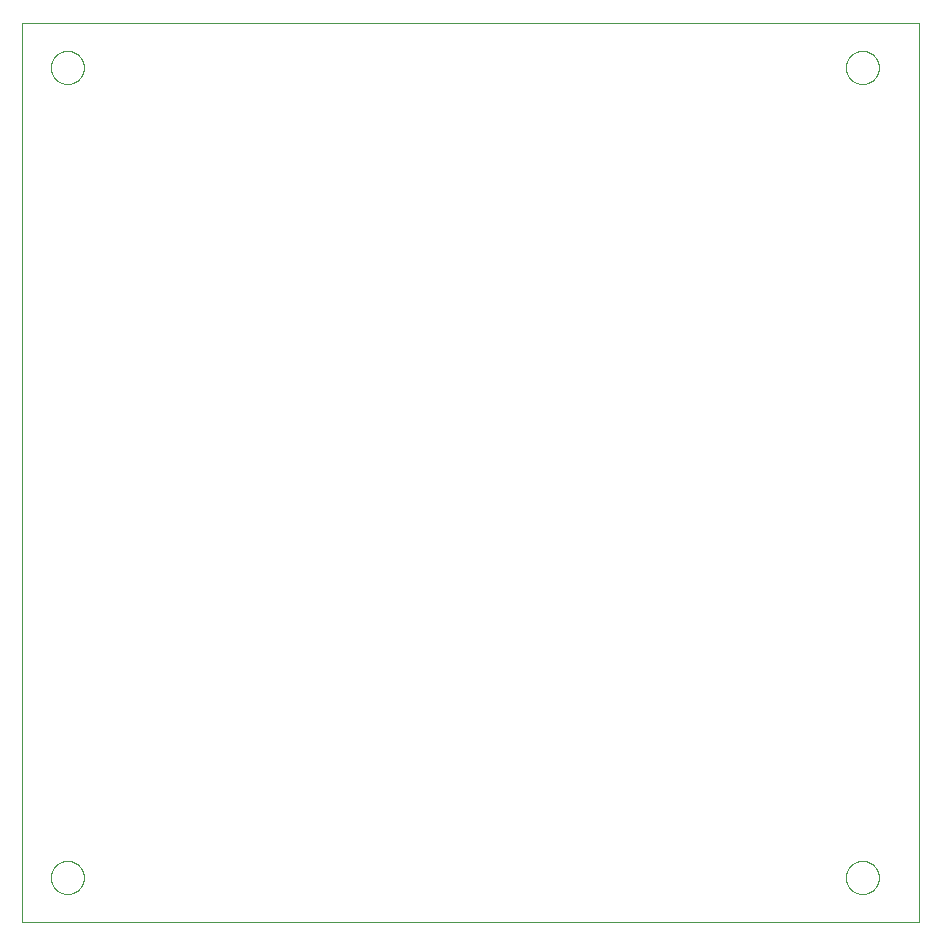
<source format=gbo>
G75*
%MOIN*%
%OFA0B0*%
%FSLAX25Y25*%
%IPPOS*%
%LPD*%
%AMOC8*
5,1,8,0,0,1.08239X$1,22.5*
%
%ADD10C,0.00000*%
D10*
X0005000Y0005000D02*
X0005000Y0304961D01*
X0303701Y0304961D01*
X0303701Y0005000D01*
X0005000Y0005000D01*
X0014488Y0020000D02*
X0014490Y0020148D01*
X0014496Y0020296D01*
X0014506Y0020444D01*
X0014520Y0020591D01*
X0014538Y0020738D01*
X0014559Y0020884D01*
X0014585Y0021030D01*
X0014615Y0021175D01*
X0014648Y0021319D01*
X0014686Y0021462D01*
X0014727Y0021604D01*
X0014772Y0021745D01*
X0014820Y0021885D01*
X0014873Y0022024D01*
X0014929Y0022161D01*
X0014989Y0022296D01*
X0015052Y0022430D01*
X0015119Y0022562D01*
X0015190Y0022692D01*
X0015264Y0022820D01*
X0015341Y0022946D01*
X0015422Y0023070D01*
X0015506Y0023192D01*
X0015593Y0023311D01*
X0015684Y0023428D01*
X0015778Y0023543D01*
X0015874Y0023655D01*
X0015974Y0023765D01*
X0016076Y0023871D01*
X0016182Y0023975D01*
X0016290Y0024076D01*
X0016401Y0024174D01*
X0016514Y0024270D01*
X0016630Y0024362D01*
X0016748Y0024451D01*
X0016869Y0024536D01*
X0016992Y0024619D01*
X0017117Y0024698D01*
X0017244Y0024774D01*
X0017373Y0024846D01*
X0017504Y0024915D01*
X0017637Y0024980D01*
X0017772Y0025041D01*
X0017908Y0025099D01*
X0018045Y0025154D01*
X0018184Y0025204D01*
X0018325Y0025251D01*
X0018466Y0025294D01*
X0018609Y0025334D01*
X0018753Y0025369D01*
X0018897Y0025401D01*
X0019043Y0025428D01*
X0019189Y0025452D01*
X0019336Y0025472D01*
X0019483Y0025488D01*
X0019630Y0025500D01*
X0019778Y0025508D01*
X0019926Y0025512D01*
X0020074Y0025512D01*
X0020222Y0025508D01*
X0020370Y0025500D01*
X0020517Y0025488D01*
X0020664Y0025472D01*
X0020811Y0025452D01*
X0020957Y0025428D01*
X0021103Y0025401D01*
X0021247Y0025369D01*
X0021391Y0025334D01*
X0021534Y0025294D01*
X0021675Y0025251D01*
X0021816Y0025204D01*
X0021955Y0025154D01*
X0022092Y0025099D01*
X0022228Y0025041D01*
X0022363Y0024980D01*
X0022496Y0024915D01*
X0022627Y0024846D01*
X0022756Y0024774D01*
X0022883Y0024698D01*
X0023008Y0024619D01*
X0023131Y0024536D01*
X0023252Y0024451D01*
X0023370Y0024362D01*
X0023486Y0024270D01*
X0023599Y0024174D01*
X0023710Y0024076D01*
X0023818Y0023975D01*
X0023924Y0023871D01*
X0024026Y0023765D01*
X0024126Y0023655D01*
X0024222Y0023543D01*
X0024316Y0023428D01*
X0024407Y0023311D01*
X0024494Y0023192D01*
X0024578Y0023070D01*
X0024659Y0022946D01*
X0024736Y0022820D01*
X0024810Y0022692D01*
X0024881Y0022562D01*
X0024948Y0022430D01*
X0025011Y0022296D01*
X0025071Y0022161D01*
X0025127Y0022024D01*
X0025180Y0021885D01*
X0025228Y0021745D01*
X0025273Y0021604D01*
X0025314Y0021462D01*
X0025352Y0021319D01*
X0025385Y0021175D01*
X0025415Y0021030D01*
X0025441Y0020884D01*
X0025462Y0020738D01*
X0025480Y0020591D01*
X0025494Y0020444D01*
X0025504Y0020296D01*
X0025510Y0020148D01*
X0025512Y0020000D01*
X0025510Y0019852D01*
X0025504Y0019704D01*
X0025494Y0019556D01*
X0025480Y0019409D01*
X0025462Y0019262D01*
X0025441Y0019116D01*
X0025415Y0018970D01*
X0025385Y0018825D01*
X0025352Y0018681D01*
X0025314Y0018538D01*
X0025273Y0018396D01*
X0025228Y0018255D01*
X0025180Y0018115D01*
X0025127Y0017976D01*
X0025071Y0017839D01*
X0025011Y0017704D01*
X0024948Y0017570D01*
X0024881Y0017438D01*
X0024810Y0017308D01*
X0024736Y0017180D01*
X0024659Y0017054D01*
X0024578Y0016930D01*
X0024494Y0016808D01*
X0024407Y0016689D01*
X0024316Y0016572D01*
X0024222Y0016457D01*
X0024126Y0016345D01*
X0024026Y0016235D01*
X0023924Y0016129D01*
X0023818Y0016025D01*
X0023710Y0015924D01*
X0023599Y0015826D01*
X0023486Y0015730D01*
X0023370Y0015638D01*
X0023252Y0015549D01*
X0023131Y0015464D01*
X0023008Y0015381D01*
X0022883Y0015302D01*
X0022756Y0015226D01*
X0022627Y0015154D01*
X0022496Y0015085D01*
X0022363Y0015020D01*
X0022228Y0014959D01*
X0022092Y0014901D01*
X0021955Y0014846D01*
X0021816Y0014796D01*
X0021675Y0014749D01*
X0021534Y0014706D01*
X0021391Y0014666D01*
X0021247Y0014631D01*
X0021103Y0014599D01*
X0020957Y0014572D01*
X0020811Y0014548D01*
X0020664Y0014528D01*
X0020517Y0014512D01*
X0020370Y0014500D01*
X0020222Y0014492D01*
X0020074Y0014488D01*
X0019926Y0014488D01*
X0019778Y0014492D01*
X0019630Y0014500D01*
X0019483Y0014512D01*
X0019336Y0014528D01*
X0019189Y0014548D01*
X0019043Y0014572D01*
X0018897Y0014599D01*
X0018753Y0014631D01*
X0018609Y0014666D01*
X0018466Y0014706D01*
X0018325Y0014749D01*
X0018184Y0014796D01*
X0018045Y0014846D01*
X0017908Y0014901D01*
X0017772Y0014959D01*
X0017637Y0015020D01*
X0017504Y0015085D01*
X0017373Y0015154D01*
X0017244Y0015226D01*
X0017117Y0015302D01*
X0016992Y0015381D01*
X0016869Y0015464D01*
X0016748Y0015549D01*
X0016630Y0015638D01*
X0016514Y0015730D01*
X0016401Y0015826D01*
X0016290Y0015924D01*
X0016182Y0016025D01*
X0016076Y0016129D01*
X0015974Y0016235D01*
X0015874Y0016345D01*
X0015778Y0016457D01*
X0015684Y0016572D01*
X0015593Y0016689D01*
X0015506Y0016808D01*
X0015422Y0016930D01*
X0015341Y0017054D01*
X0015264Y0017180D01*
X0015190Y0017308D01*
X0015119Y0017438D01*
X0015052Y0017570D01*
X0014989Y0017704D01*
X0014929Y0017839D01*
X0014873Y0017976D01*
X0014820Y0018115D01*
X0014772Y0018255D01*
X0014727Y0018396D01*
X0014686Y0018538D01*
X0014648Y0018681D01*
X0014615Y0018825D01*
X0014585Y0018970D01*
X0014559Y0019116D01*
X0014538Y0019262D01*
X0014520Y0019409D01*
X0014506Y0019556D01*
X0014496Y0019704D01*
X0014490Y0019852D01*
X0014488Y0020000D01*
X0014488Y0290000D02*
X0014490Y0290148D01*
X0014496Y0290296D01*
X0014506Y0290444D01*
X0014520Y0290591D01*
X0014538Y0290738D01*
X0014559Y0290884D01*
X0014585Y0291030D01*
X0014615Y0291175D01*
X0014648Y0291319D01*
X0014686Y0291462D01*
X0014727Y0291604D01*
X0014772Y0291745D01*
X0014820Y0291885D01*
X0014873Y0292024D01*
X0014929Y0292161D01*
X0014989Y0292296D01*
X0015052Y0292430D01*
X0015119Y0292562D01*
X0015190Y0292692D01*
X0015264Y0292820D01*
X0015341Y0292946D01*
X0015422Y0293070D01*
X0015506Y0293192D01*
X0015593Y0293311D01*
X0015684Y0293428D01*
X0015778Y0293543D01*
X0015874Y0293655D01*
X0015974Y0293765D01*
X0016076Y0293871D01*
X0016182Y0293975D01*
X0016290Y0294076D01*
X0016401Y0294174D01*
X0016514Y0294270D01*
X0016630Y0294362D01*
X0016748Y0294451D01*
X0016869Y0294536D01*
X0016992Y0294619D01*
X0017117Y0294698D01*
X0017244Y0294774D01*
X0017373Y0294846D01*
X0017504Y0294915D01*
X0017637Y0294980D01*
X0017772Y0295041D01*
X0017908Y0295099D01*
X0018045Y0295154D01*
X0018184Y0295204D01*
X0018325Y0295251D01*
X0018466Y0295294D01*
X0018609Y0295334D01*
X0018753Y0295369D01*
X0018897Y0295401D01*
X0019043Y0295428D01*
X0019189Y0295452D01*
X0019336Y0295472D01*
X0019483Y0295488D01*
X0019630Y0295500D01*
X0019778Y0295508D01*
X0019926Y0295512D01*
X0020074Y0295512D01*
X0020222Y0295508D01*
X0020370Y0295500D01*
X0020517Y0295488D01*
X0020664Y0295472D01*
X0020811Y0295452D01*
X0020957Y0295428D01*
X0021103Y0295401D01*
X0021247Y0295369D01*
X0021391Y0295334D01*
X0021534Y0295294D01*
X0021675Y0295251D01*
X0021816Y0295204D01*
X0021955Y0295154D01*
X0022092Y0295099D01*
X0022228Y0295041D01*
X0022363Y0294980D01*
X0022496Y0294915D01*
X0022627Y0294846D01*
X0022756Y0294774D01*
X0022883Y0294698D01*
X0023008Y0294619D01*
X0023131Y0294536D01*
X0023252Y0294451D01*
X0023370Y0294362D01*
X0023486Y0294270D01*
X0023599Y0294174D01*
X0023710Y0294076D01*
X0023818Y0293975D01*
X0023924Y0293871D01*
X0024026Y0293765D01*
X0024126Y0293655D01*
X0024222Y0293543D01*
X0024316Y0293428D01*
X0024407Y0293311D01*
X0024494Y0293192D01*
X0024578Y0293070D01*
X0024659Y0292946D01*
X0024736Y0292820D01*
X0024810Y0292692D01*
X0024881Y0292562D01*
X0024948Y0292430D01*
X0025011Y0292296D01*
X0025071Y0292161D01*
X0025127Y0292024D01*
X0025180Y0291885D01*
X0025228Y0291745D01*
X0025273Y0291604D01*
X0025314Y0291462D01*
X0025352Y0291319D01*
X0025385Y0291175D01*
X0025415Y0291030D01*
X0025441Y0290884D01*
X0025462Y0290738D01*
X0025480Y0290591D01*
X0025494Y0290444D01*
X0025504Y0290296D01*
X0025510Y0290148D01*
X0025512Y0290000D01*
X0025510Y0289852D01*
X0025504Y0289704D01*
X0025494Y0289556D01*
X0025480Y0289409D01*
X0025462Y0289262D01*
X0025441Y0289116D01*
X0025415Y0288970D01*
X0025385Y0288825D01*
X0025352Y0288681D01*
X0025314Y0288538D01*
X0025273Y0288396D01*
X0025228Y0288255D01*
X0025180Y0288115D01*
X0025127Y0287976D01*
X0025071Y0287839D01*
X0025011Y0287704D01*
X0024948Y0287570D01*
X0024881Y0287438D01*
X0024810Y0287308D01*
X0024736Y0287180D01*
X0024659Y0287054D01*
X0024578Y0286930D01*
X0024494Y0286808D01*
X0024407Y0286689D01*
X0024316Y0286572D01*
X0024222Y0286457D01*
X0024126Y0286345D01*
X0024026Y0286235D01*
X0023924Y0286129D01*
X0023818Y0286025D01*
X0023710Y0285924D01*
X0023599Y0285826D01*
X0023486Y0285730D01*
X0023370Y0285638D01*
X0023252Y0285549D01*
X0023131Y0285464D01*
X0023008Y0285381D01*
X0022883Y0285302D01*
X0022756Y0285226D01*
X0022627Y0285154D01*
X0022496Y0285085D01*
X0022363Y0285020D01*
X0022228Y0284959D01*
X0022092Y0284901D01*
X0021955Y0284846D01*
X0021816Y0284796D01*
X0021675Y0284749D01*
X0021534Y0284706D01*
X0021391Y0284666D01*
X0021247Y0284631D01*
X0021103Y0284599D01*
X0020957Y0284572D01*
X0020811Y0284548D01*
X0020664Y0284528D01*
X0020517Y0284512D01*
X0020370Y0284500D01*
X0020222Y0284492D01*
X0020074Y0284488D01*
X0019926Y0284488D01*
X0019778Y0284492D01*
X0019630Y0284500D01*
X0019483Y0284512D01*
X0019336Y0284528D01*
X0019189Y0284548D01*
X0019043Y0284572D01*
X0018897Y0284599D01*
X0018753Y0284631D01*
X0018609Y0284666D01*
X0018466Y0284706D01*
X0018325Y0284749D01*
X0018184Y0284796D01*
X0018045Y0284846D01*
X0017908Y0284901D01*
X0017772Y0284959D01*
X0017637Y0285020D01*
X0017504Y0285085D01*
X0017373Y0285154D01*
X0017244Y0285226D01*
X0017117Y0285302D01*
X0016992Y0285381D01*
X0016869Y0285464D01*
X0016748Y0285549D01*
X0016630Y0285638D01*
X0016514Y0285730D01*
X0016401Y0285826D01*
X0016290Y0285924D01*
X0016182Y0286025D01*
X0016076Y0286129D01*
X0015974Y0286235D01*
X0015874Y0286345D01*
X0015778Y0286457D01*
X0015684Y0286572D01*
X0015593Y0286689D01*
X0015506Y0286808D01*
X0015422Y0286930D01*
X0015341Y0287054D01*
X0015264Y0287180D01*
X0015190Y0287308D01*
X0015119Y0287438D01*
X0015052Y0287570D01*
X0014989Y0287704D01*
X0014929Y0287839D01*
X0014873Y0287976D01*
X0014820Y0288115D01*
X0014772Y0288255D01*
X0014727Y0288396D01*
X0014686Y0288538D01*
X0014648Y0288681D01*
X0014615Y0288825D01*
X0014585Y0288970D01*
X0014559Y0289116D01*
X0014538Y0289262D01*
X0014520Y0289409D01*
X0014506Y0289556D01*
X0014496Y0289704D01*
X0014490Y0289852D01*
X0014488Y0290000D01*
X0279488Y0290000D02*
X0279490Y0290148D01*
X0279496Y0290296D01*
X0279506Y0290444D01*
X0279520Y0290591D01*
X0279538Y0290738D01*
X0279559Y0290884D01*
X0279585Y0291030D01*
X0279615Y0291175D01*
X0279648Y0291319D01*
X0279686Y0291462D01*
X0279727Y0291604D01*
X0279772Y0291745D01*
X0279820Y0291885D01*
X0279873Y0292024D01*
X0279929Y0292161D01*
X0279989Y0292296D01*
X0280052Y0292430D01*
X0280119Y0292562D01*
X0280190Y0292692D01*
X0280264Y0292820D01*
X0280341Y0292946D01*
X0280422Y0293070D01*
X0280506Y0293192D01*
X0280593Y0293311D01*
X0280684Y0293428D01*
X0280778Y0293543D01*
X0280874Y0293655D01*
X0280974Y0293765D01*
X0281076Y0293871D01*
X0281182Y0293975D01*
X0281290Y0294076D01*
X0281401Y0294174D01*
X0281514Y0294270D01*
X0281630Y0294362D01*
X0281748Y0294451D01*
X0281869Y0294536D01*
X0281992Y0294619D01*
X0282117Y0294698D01*
X0282244Y0294774D01*
X0282373Y0294846D01*
X0282504Y0294915D01*
X0282637Y0294980D01*
X0282772Y0295041D01*
X0282908Y0295099D01*
X0283045Y0295154D01*
X0283184Y0295204D01*
X0283325Y0295251D01*
X0283466Y0295294D01*
X0283609Y0295334D01*
X0283753Y0295369D01*
X0283897Y0295401D01*
X0284043Y0295428D01*
X0284189Y0295452D01*
X0284336Y0295472D01*
X0284483Y0295488D01*
X0284630Y0295500D01*
X0284778Y0295508D01*
X0284926Y0295512D01*
X0285074Y0295512D01*
X0285222Y0295508D01*
X0285370Y0295500D01*
X0285517Y0295488D01*
X0285664Y0295472D01*
X0285811Y0295452D01*
X0285957Y0295428D01*
X0286103Y0295401D01*
X0286247Y0295369D01*
X0286391Y0295334D01*
X0286534Y0295294D01*
X0286675Y0295251D01*
X0286816Y0295204D01*
X0286955Y0295154D01*
X0287092Y0295099D01*
X0287228Y0295041D01*
X0287363Y0294980D01*
X0287496Y0294915D01*
X0287627Y0294846D01*
X0287756Y0294774D01*
X0287883Y0294698D01*
X0288008Y0294619D01*
X0288131Y0294536D01*
X0288252Y0294451D01*
X0288370Y0294362D01*
X0288486Y0294270D01*
X0288599Y0294174D01*
X0288710Y0294076D01*
X0288818Y0293975D01*
X0288924Y0293871D01*
X0289026Y0293765D01*
X0289126Y0293655D01*
X0289222Y0293543D01*
X0289316Y0293428D01*
X0289407Y0293311D01*
X0289494Y0293192D01*
X0289578Y0293070D01*
X0289659Y0292946D01*
X0289736Y0292820D01*
X0289810Y0292692D01*
X0289881Y0292562D01*
X0289948Y0292430D01*
X0290011Y0292296D01*
X0290071Y0292161D01*
X0290127Y0292024D01*
X0290180Y0291885D01*
X0290228Y0291745D01*
X0290273Y0291604D01*
X0290314Y0291462D01*
X0290352Y0291319D01*
X0290385Y0291175D01*
X0290415Y0291030D01*
X0290441Y0290884D01*
X0290462Y0290738D01*
X0290480Y0290591D01*
X0290494Y0290444D01*
X0290504Y0290296D01*
X0290510Y0290148D01*
X0290512Y0290000D01*
X0290510Y0289852D01*
X0290504Y0289704D01*
X0290494Y0289556D01*
X0290480Y0289409D01*
X0290462Y0289262D01*
X0290441Y0289116D01*
X0290415Y0288970D01*
X0290385Y0288825D01*
X0290352Y0288681D01*
X0290314Y0288538D01*
X0290273Y0288396D01*
X0290228Y0288255D01*
X0290180Y0288115D01*
X0290127Y0287976D01*
X0290071Y0287839D01*
X0290011Y0287704D01*
X0289948Y0287570D01*
X0289881Y0287438D01*
X0289810Y0287308D01*
X0289736Y0287180D01*
X0289659Y0287054D01*
X0289578Y0286930D01*
X0289494Y0286808D01*
X0289407Y0286689D01*
X0289316Y0286572D01*
X0289222Y0286457D01*
X0289126Y0286345D01*
X0289026Y0286235D01*
X0288924Y0286129D01*
X0288818Y0286025D01*
X0288710Y0285924D01*
X0288599Y0285826D01*
X0288486Y0285730D01*
X0288370Y0285638D01*
X0288252Y0285549D01*
X0288131Y0285464D01*
X0288008Y0285381D01*
X0287883Y0285302D01*
X0287756Y0285226D01*
X0287627Y0285154D01*
X0287496Y0285085D01*
X0287363Y0285020D01*
X0287228Y0284959D01*
X0287092Y0284901D01*
X0286955Y0284846D01*
X0286816Y0284796D01*
X0286675Y0284749D01*
X0286534Y0284706D01*
X0286391Y0284666D01*
X0286247Y0284631D01*
X0286103Y0284599D01*
X0285957Y0284572D01*
X0285811Y0284548D01*
X0285664Y0284528D01*
X0285517Y0284512D01*
X0285370Y0284500D01*
X0285222Y0284492D01*
X0285074Y0284488D01*
X0284926Y0284488D01*
X0284778Y0284492D01*
X0284630Y0284500D01*
X0284483Y0284512D01*
X0284336Y0284528D01*
X0284189Y0284548D01*
X0284043Y0284572D01*
X0283897Y0284599D01*
X0283753Y0284631D01*
X0283609Y0284666D01*
X0283466Y0284706D01*
X0283325Y0284749D01*
X0283184Y0284796D01*
X0283045Y0284846D01*
X0282908Y0284901D01*
X0282772Y0284959D01*
X0282637Y0285020D01*
X0282504Y0285085D01*
X0282373Y0285154D01*
X0282244Y0285226D01*
X0282117Y0285302D01*
X0281992Y0285381D01*
X0281869Y0285464D01*
X0281748Y0285549D01*
X0281630Y0285638D01*
X0281514Y0285730D01*
X0281401Y0285826D01*
X0281290Y0285924D01*
X0281182Y0286025D01*
X0281076Y0286129D01*
X0280974Y0286235D01*
X0280874Y0286345D01*
X0280778Y0286457D01*
X0280684Y0286572D01*
X0280593Y0286689D01*
X0280506Y0286808D01*
X0280422Y0286930D01*
X0280341Y0287054D01*
X0280264Y0287180D01*
X0280190Y0287308D01*
X0280119Y0287438D01*
X0280052Y0287570D01*
X0279989Y0287704D01*
X0279929Y0287839D01*
X0279873Y0287976D01*
X0279820Y0288115D01*
X0279772Y0288255D01*
X0279727Y0288396D01*
X0279686Y0288538D01*
X0279648Y0288681D01*
X0279615Y0288825D01*
X0279585Y0288970D01*
X0279559Y0289116D01*
X0279538Y0289262D01*
X0279520Y0289409D01*
X0279506Y0289556D01*
X0279496Y0289704D01*
X0279490Y0289852D01*
X0279488Y0290000D01*
X0279488Y0020000D02*
X0279490Y0020148D01*
X0279496Y0020296D01*
X0279506Y0020444D01*
X0279520Y0020591D01*
X0279538Y0020738D01*
X0279559Y0020884D01*
X0279585Y0021030D01*
X0279615Y0021175D01*
X0279648Y0021319D01*
X0279686Y0021462D01*
X0279727Y0021604D01*
X0279772Y0021745D01*
X0279820Y0021885D01*
X0279873Y0022024D01*
X0279929Y0022161D01*
X0279989Y0022296D01*
X0280052Y0022430D01*
X0280119Y0022562D01*
X0280190Y0022692D01*
X0280264Y0022820D01*
X0280341Y0022946D01*
X0280422Y0023070D01*
X0280506Y0023192D01*
X0280593Y0023311D01*
X0280684Y0023428D01*
X0280778Y0023543D01*
X0280874Y0023655D01*
X0280974Y0023765D01*
X0281076Y0023871D01*
X0281182Y0023975D01*
X0281290Y0024076D01*
X0281401Y0024174D01*
X0281514Y0024270D01*
X0281630Y0024362D01*
X0281748Y0024451D01*
X0281869Y0024536D01*
X0281992Y0024619D01*
X0282117Y0024698D01*
X0282244Y0024774D01*
X0282373Y0024846D01*
X0282504Y0024915D01*
X0282637Y0024980D01*
X0282772Y0025041D01*
X0282908Y0025099D01*
X0283045Y0025154D01*
X0283184Y0025204D01*
X0283325Y0025251D01*
X0283466Y0025294D01*
X0283609Y0025334D01*
X0283753Y0025369D01*
X0283897Y0025401D01*
X0284043Y0025428D01*
X0284189Y0025452D01*
X0284336Y0025472D01*
X0284483Y0025488D01*
X0284630Y0025500D01*
X0284778Y0025508D01*
X0284926Y0025512D01*
X0285074Y0025512D01*
X0285222Y0025508D01*
X0285370Y0025500D01*
X0285517Y0025488D01*
X0285664Y0025472D01*
X0285811Y0025452D01*
X0285957Y0025428D01*
X0286103Y0025401D01*
X0286247Y0025369D01*
X0286391Y0025334D01*
X0286534Y0025294D01*
X0286675Y0025251D01*
X0286816Y0025204D01*
X0286955Y0025154D01*
X0287092Y0025099D01*
X0287228Y0025041D01*
X0287363Y0024980D01*
X0287496Y0024915D01*
X0287627Y0024846D01*
X0287756Y0024774D01*
X0287883Y0024698D01*
X0288008Y0024619D01*
X0288131Y0024536D01*
X0288252Y0024451D01*
X0288370Y0024362D01*
X0288486Y0024270D01*
X0288599Y0024174D01*
X0288710Y0024076D01*
X0288818Y0023975D01*
X0288924Y0023871D01*
X0289026Y0023765D01*
X0289126Y0023655D01*
X0289222Y0023543D01*
X0289316Y0023428D01*
X0289407Y0023311D01*
X0289494Y0023192D01*
X0289578Y0023070D01*
X0289659Y0022946D01*
X0289736Y0022820D01*
X0289810Y0022692D01*
X0289881Y0022562D01*
X0289948Y0022430D01*
X0290011Y0022296D01*
X0290071Y0022161D01*
X0290127Y0022024D01*
X0290180Y0021885D01*
X0290228Y0021745D01*
X0290273Y0021604D01*
X0290314Y0021462D01*
X0290352Y0021319D01*
X0290385Y0021175D01*
X0290415Y0021030D01*
X0290441Y0020884D01*
X0290462Y0020738D01*
X0290480Y0020591D01*
X0290494Y0020444D01*
X0290504Y0020296D01*
X0290510Y0020148D01*
X0290512Y0020000D01*
X0290510Y0019852D01*
X0290504Y0019704D01*
X0290494Y0019556D01*
X0290480Y0019409D01*
X0290462Y0019262D01*
X0290441Y0019116D01*
X0290415Y0018970D01*
X0290385Y0018825D01*
X0290352Y0018681D01*
X0290314Y0018538D01*
X0290273Y0018396D01*
X0290228Y0018255D01*
X0290180Y0018115D01*
X0290127Y0017976D01*
X0290071Y0017839D01*
X0290011Y0017704D01*
X0289948Y0017570D01*
X0289881Y0017438D01*
X0289810Y0017308D01*
X0289736Y0017180D01*
X0289659Y0017054D01*
X0289578Y0016930D01*
X0289494Y0016808D01*
X0289407Y0016689D01*
X0289316Y0016572D01*
X0289222Y0016457D01*
X0289126Y0016345D01*
X0289026Y0016235D01*
X0288924Y0016129D01*
X0288818Y0016025D01*
X0288710Y0015924D01*
X0288599Y0015826D01*
X0288486Y0015730D01*
X0288370Y0015638D01*
X0288252Y0015549D01*
X0288131Y0015464D01*
X0288008Y0015381D01*
X0287883Y0015302D01*
X0287756Y0015226D01*
X0287627Y0015154D01*
X0287496Y0015085D01*
X0287363Y0015020D01*
X0287228Y0014959D01*
X0287092Y0014901D01*
X0286955Y0014846D01*
X0286816Y0014796D01*
X0286675Y0014749D01*
X0286534Y0014706D01*
X0286391Y0014666D01*
X0286247Y0014631D01*
X0286103Y0014599D01*
X0285957Y0014572D01*
X0285811Y0014548D01*
X0285664Y0014528D01*
X0285517Y0014512D01*
X0285370Y0014500D01*
X0285222Y0014492D01*
X0285074Y0014488D01*
X0284926Y0014488D01*
X0284778Y0014492D01*
X0284630Y0014500D01*
X0284483Y0014512D01*
X0284336Y0014528D01*
X0284189Y0014548D01*
X0284043Y0014572D01*
X0283897Y0014599D01*
X0283753Y0014631D01*
X0283609Y0014666D01*
X0283466Y0014706D01*
X0283325Y0014749D01*
X0283184Y0014796D01*
X0283045Y0014846D01*
X0282908Y0014901D01*
X0282772Y0014959D01*
X0282637Y0015020D01*
X0282504Y0015085D01*
X0282373Y0015154D01*
X0282244Y0015226D01*
X0282117Y0015302D01*
X0281992Y0015381D01*
X0281869Y0015464D01*
X0281748Y0015549D01*
X0281630Y0015638D01*
X0281514Y0015730D01*
X0281401Y0015826D01*
X0281290Y0015924D01*
X0281182Y0016025D01*
X0281076Y0016129D01*
X0280974Y0016235D01*
X0280874Y0016345D01*
X0280778Y0016457D01*
X0280684Y0016572D01*
X0280593Y0016689D01*
X0280506Y0016808D01*
X0280422Y0016930D01*
X0280341Y0017054D01*
X0280264Y0017180D01*
X0280190Y0017308D01*
X0280119Y0017438D01*
X0280052Y0017570D01*
X0279989Y0017704D01*
X0279929Y0017839D01*
X0279873Y0017976D01*
X0279820Y0018115D01*
X0279772Y0018255D01*
X0279727Y0018396D01*
X0279686Y0018538D01*
X0279648Y0018681D01*
X0279615Y0018825D01*
X0279585Y0018970D01*
X0279559Y0019116D01*
X0279538Y0019262D01*
X0279520Y0019409D01*
X0279506Y0019556D01*
X0279496Y0019704D01*
X0279490Y0019852D01*
X0279488Y0020000D01*
M02*

</source>
